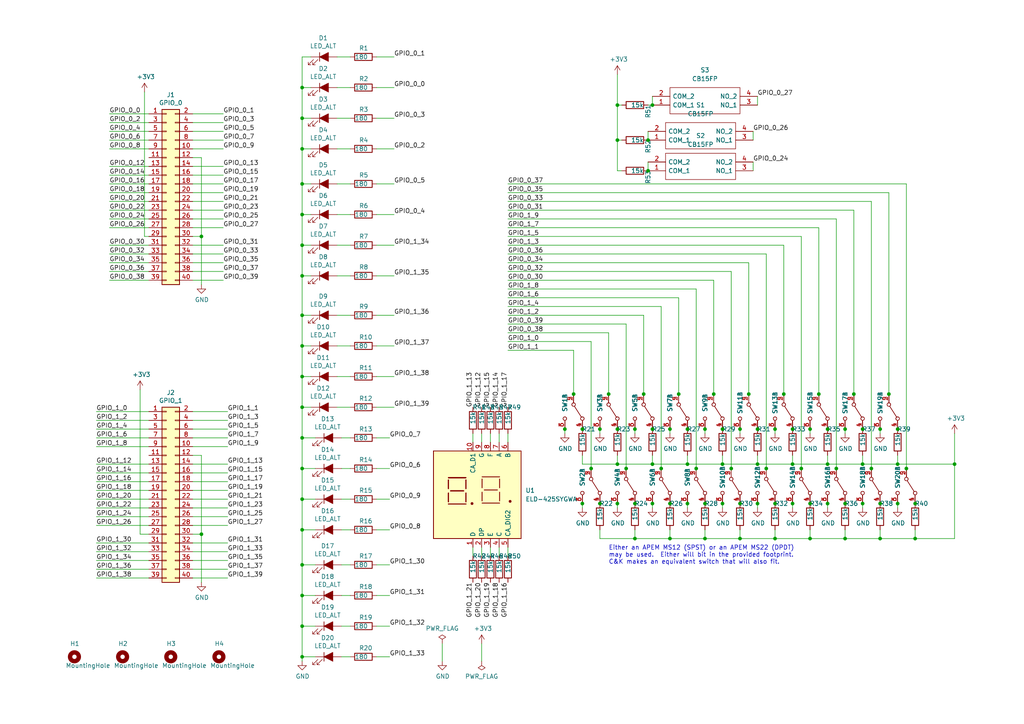
<source format=kicad_sch>
(kicad_sch (version 20211123) (generator eeschema)
  (paper "A4")
  (junction (at 187.96 49.53))
  (junction (at 87.63 91.44))
  (junction (at 255.27 156.21))
  (junction (at 179.07 134.62))
  (junction (at 276.86 134.62))
  (junction (at 217.17 114.3))
  (junction (at 87.63 118.11))
  (junction (at 87.63 135.89))
  (junction (at 214.63 146.05))
  (junction (at 232.41 135.89))
  (junction (at 171.45 135.89))
  (junction (at 245.11 156.21))
  (junction (at 224.79 146.05))
  (junction (at 229.87 134.62))
  (junction (at 247.65 114.3))
  (junction (at 260.35 146.05))
  (junction (at 163.83 124.46))
  (junction (at 87.63 43.18))
  (junction (at 58.42 154.94))
  (junction (at 209.55 134.62))
  (junction (at 207.01 114.3))
  (junction (at 87.63 109.22))
  (junction (at 219.71 134.62))
  (junction (at 224.79 156.21))
  (junction (at 209.55 146.05))
  (junction (at 204.47 124.46))
  (junction (at 260.35 124.46))
  (junction (at 240.03 134.62))
  (junction (at 179.07 30.48))
  (junction (at 184.15 156.21))
  (junction (at 219.71 124.46))
  (junction (at 250.19 146.05))
  (junction (at 168.91 146.05))
  (junction (at 87.63 25.4))
  (junction (at 87.63 62.23))
  (junction (at 196.85 114.3))
  (junction (at 224.79 124.46))
  (junction (at 209.55 124.46))
  (junction (at 189.23 30.48))
  (junction (at 87.63 127))
  (junction (at 87.63 153.67))
  (junction (at 87.63 172.72))
  (junction (at 87.63 80.01))
  (junction (at 87.63 190.5))
  (junction (at 194.31 146.05))
  (junction (at 229.87 146.05))
  (junction (at 265.43 146.05))
  (junction (at 189.23 146.05))
  (junction (at 255.27 146.05))
  (junction (at 166.37 114.3))
  (junction (at 252.73 135.89))
  (junction (at 250.19 124.46))
  (junction (at 201.93 135.89))
  (junction (at 229.87 124.46))
  (junction (at 245.11 146.05))
  (junction (at 87.63 53.34))
  (junction (at 87.63 181.61))
  (junction (at 199.39 146.05))
  (junction (at 199.39 134.62))
  (junction (at 189.23 134.62))
  (junction (at 265.43 156.21))
  (junction (at 58.42 68.58))
  (junction (at 237.49 114.3))
  (junction (at 194.31 124.46))
  (junction (at 184.15 124.46))
  (junction (at 240.03 124.46))
  (junction (at 204.47 146.05))
  (junction (at 257.81 114.3))
  (junction (at 191.77 135.89))
  (junction (at 176.53 114.3))
  (junction (at 242.57 135.89))
  (junction (at 179.07 146.05))
  (junction (at 219.71 146.05))
  (junction (at 87.63 71.12))
  (junction (at 245.11 124.46))
  (junction (at 250.19 134.62))
  (junction (at 186.69 114.3))
  (junction (at 168.91 124.46))
  (junction (at 181.61 135.89))
  (junction (at 234.95 156.21))
  (junction (at 260.35 134.62))
  (junction (at 204.47 156.21))
  (junction (at 87.63 144.78))
  (junction (at 173.99 146.05))
  (junction (at 214.63 156.21))
  (junction (at 262.89 135.89))
  (junction (at 222.25 135.89))
  (junction (at 179.07 124.46))
  (junction (at 234.95 124.46))
  (junction (at 214.63 124.46))
  (junction (at 87.63 34.29))
  (junction (at 199.39 124.46))
  (junction (at 179.07 40.64))
  (junction (at 240.03 146.05))
  (junction (at 189.23 124.46))
  (junction (at 173.99 124.46))
  (junction (at 187.96 40.64))
  (junction (at 227.33 114.3))
  (junction (at 212.09 135.89))
  (junction (at 255.27 124.46))
  (junction (at 87.63 100.33))
  (junction (at 194.31 156.21))
  (junction (at 87.63 163.83))
  (junction (at 234.95 146.05))
  (junction (at 184.15 146.05))
  (wire (pts (xy 173.99 125.73) (xy 173.99 124.46)))
  (wire (pts (xy 55.88 45.72) (xy 58.42 45.72)))
  (wire (pts (xy 31.75 43.18) (xy 43.18 43.18)))
  (wire (pts (xy 204.47 125.73) (xy 204.47 124.46)))
  (wire (pts (xy 240.03 146.05) (xy 240.03 147.32)))
  (wire (pts (xy 147.32 93.98) (xy 181.61 93.98)))
  (wire (pts (xy 31.75 35.56) (xy 43.18 35.56)))
  (wire (pts (xy 163.83 124.46) (xy 163.83 125.73)))
  (wire (pts (xy 97.79 100.33) (xy 101.6 100.33)))
  (wire (pts (xy 87.63 100.33) (xy 87.63 91.44)))
  (wire (pts (xy 147.32 86.36) (xy 196.85 86.36)))
  (wire (pts (xy 55.88 127) (xy 66.04 127)))
  (wire (pts (xy 219.71 134.62) (xy 229.87 134.62)))
  (wire (pts (xy 147.32 96.52) (xy 176.53 96.52)))
  (wire (pts (xy 87.63 181.61) (xy 87.63 172.72)))
  (wire (pts (xy 189.23 132.08) (xy 189.23 134.62)))
  (wire (pts (xy 97.79 62.23) (xy 101.6 62.23)))
  (wire (pts (xy 55.88 78.74) (xy 64.77 78.74)))
  (wire (pts (xy 87.63 34.29) (xy 87.63 25.4)))
  (wire (pts (xy 90.17 109.22) (xy 87.63 109.22)))
  (wire (pts (xy 109.22 62.23) (xy 114.3 62.23)))
  (wire (pts (xy 180.34 30.48) (xy 179.07 30.48)))
  (wire (pts (xy 250.19 132.08) (xy 250.19 134.62)))
  (wire (pts (xy 90.17 43.18) (xy 87.63 43.18)))
  (wire (pts (xy 55.88 165.1) (xy 66.04 165.1)))
  (wire (pts (xy 43.18 142.24) (xy 27.94 142.24)))
  (wire (pts (xy 55.88 137.16) (xy 66.04 137.16)))
  (wire (pts (xy 147.32 83.82) (xy 201.93 83.82)))
  (wire (pts (xy 55.88 157.48) (xy 66.04 157.48)))
  (wire (pts (xy 97.79 16.51) (xy 101.6 16.51)))
  (wire (pts (xy 55.88 33.02) (xy 64.77 33.02)))
  (wire (pts (xy 250.19 146.05) (xy 250.19 147.32)))
  (wire (pts (xy 91.44 153.67) (xy 87.63 153.67)))
  (wire (pts (xy 27.94 162.56) (xy 43.18 162.56)))
  (wire (pts (xy 168.91 134.62) (xy 179.07 134.62)))
  (wire (pts (xy 109.22 144.78) (xy 113.03 144.78)))
  (wire (pts (xy 147.32 73.66) (xy 222.25 73.66)))
  (wire (pts (xy 41.91 68.58) (xy 41.91 26.67)))
  (wire (pts (xy 87.63 91.44) (xy 87.63 80.01)))
  (wire (pts (xy 55.88 162.56) (xy 66.04 162.56)))
  (wire (pts (xy 171.45 99.06) (xy 171.45 135.89)))
  (wire (pts (xy 87.63 62.23) (xy 87.63 53.34)))
  (wire (pts (xy 55.88 160.02) (xy 66.04 160.02)))
  (wire (pts (xy 109.22 181.61) (xy 113.03 181.61)))
  (wire (pts (xy 31.75 60.96) (xy 43.18 60.96)))
  (wire (pts (xy 173.99 153.67) (xy 173.99 156.21)))
  (wire (pts (xy 31.75 50.8) (xy 43.18 50.8)))
  (wire (pts (xy 184.15 125.73) (xy 184.15 124.46)))
  (wire (pts (xy 242.57 63.5) (xy 242.57 135.89)))
  (wire (pts (xy 43.18 121.92) (xy 27.94 121.92)))
  (wire (pts (xy 43.18 68.58) (xy 41.91 68.58)))
  (wire (pts (xy 87.63 191.77) (xy 87.63 190.5)))
  (wire (pts (xy 55.88 43.18) (xy 64.77 43.18)))
  (wire (pts (xy 55.88 76.2) (xy 64.77 76.2)))
  (wire (pts (xy 55.88 38.1) (xy 64.77 38.1)))
  (wire (pts (xy 97.79 34.29) (xy 101.6 34.29)))
  (wire (pts (xy 91.44 144.78) (xy 87.63 144.78)))
  (wire (pts (xy 147.32 60.96) (xy 247.65 60.96)))
  (wire (pts (xy 109.22 25.4) (xy 114.3 25.4)))
  (wire (pts (xy 184.15 153.67) (xy 184.15 156.21)))
  (wire (pts (xy 257.81 114.3) (xy 257.81 55.88)))
  (wire (pts (xy 90.17 80.01) (xy 87.63 80.01)))
  (wire (pts (xy 91.44 163.83) (xy 87.63 163.83)))
  (wire (pts (xy 55.88 139.7) (xy 66.04 139.7)))
  (wire (pts (xy 265.43 156.21) (xy 276.86 156.21)))
  (wire (pts (xy 194.31 156.21) (xy 204.47 156.21)))
  (wire (pts (xy 214.63 156.21) (xy 224.79 156.21)))
  (wire (pts (xy 31.75 38.1) (xy 43.18 38.1)))
  (wire (pts (xy 179.07 21.59) (xy 179.07 30.48)))
  (wire (pts (xy 40.64 113.03) (xy 40.64 154.94)))
  (wire (pts (xy 176.53 114.3) (xy 176.53 96.52)))
  (wire (pts (xy 87.63 153.67) (xy 87.63 144.78)))
  (wire (pts (xy 43.18 144.78) (xy 27.94 144.78)))
  (wire (pts (xy 240.03 132.08) (xy 240.03 134.62)))
  (wire (pts (xy 99.06 144.78) (xy 101.6 144.78)))
  (wire (pts (xy 204.47 153.67) (xy 204.47 156.21)))
  (wire (pts (xy 90.17 118.11) (xy 87.63 118.11)))
  (wire (pts (xy 245.11 156.21) (xy 255.27 156.21)))
  (wire (pts (xy 191.77 88.9) (xy 191.77 135.89)))
  (wire (pts (xy 181.61 93.98) (xy 181.61 135.89)))
  (wire (pts (xy 207.01 114.3) (xy 207.01 81.28)))
  (wire (pts (xy 222.25 73.66) (xy 222.25 135.89)))
  (wire (pts (xy 55.88 71.12) (xy 64.77 71.12)))
  (wire (pts (xy 31.75 55.88) (xy 43.18 55.88)))
  (wire (pts (xy 173.99 156.21) (xy 184.15 156.21)))
  (wire (pts (xy 55.88 48.26) (xy 64.77 48.26)))
  (wire (pts (xy 27.94 147.32) (xy 43.18 147.32)))
  (wire (pts (xy 260.35 134.62) (xy 276.86 134.62)))
  (wire (pts (xy 55.88 53.34) (xy 64.77 53.34)))
  (wire (pts (xy 55.88 68.58) (xy 58.42 68.58)))
  (wire (pts (xy 234.95 125.73) (xy 234.95 124.46)))
  (wire (pts (xy 179.07 132.08) (xy 179.07 134.62)))
  (wire (pts (xy 90.17 62.23) (xy 87.63 62.23)))
  (wire (pts (xy 137.16 158.75) (xy 137.16 161.29)))
  (wire (pts (xy 234.95 156.21) (xy 245.11 156.21)))
  (wire (pts (xy 109.22 16.51) (xy 114.3 16.51)))
  (wire (pts (xy 27.94 149.86) (xy 43.18 149.86)))
  (wire (pts (xy 55.88 63.5) (xy 64.77 63.5)))
  (wire (pts (xy 194.31 153.67) (xy 194.31 156.21)))
  (wire (pts (xy 99.06 172.72) (xy 101.6 172.72)))
  (wire (pts (xy 27.94 160.02) (xy 43.18 160.02)))
  (wire (pts (xy 87.63 127) (xy 91.44 127)))
  (wire (pts (xy 55.88 132.08) (xy 58.42 132.08)))
  (wire (pts (xy 209.55 132.08) (xy 209.55 134.62)))
  (wire (pts (xy 43.18 129.54) (xy 27.94 129.54)))
  (wire (pts (xy 27.94 152.4) (xy 43.18 152.4)))
  (wire (pts (xy 224.79 156.21) (xy 234.95 156.21)))
  (wire (pts (xy 179.07 146.05) (xy 179.07 147.32)))
  (wire (pts (xy 240.03 134.62) (xy 250.19 134.62)))
  (wire (pts (xy 199.39 134.62) (xy 209.55 134.62)))
  (wire (pts (xy 87.63 16.51) (xy 90.17 16.51)))
  (wire (pts (xy 43.18 127) (xy 27.94 127)))
  (wire (pts (xy 55.88 81.28) (xy 64.77 81.28)))
  (wire (pts (xy 90.17 71.12) (xy 87.63 71.12)))
  (wire (pts (xy 214.63 153.67) (xy 214.63 156.21)))
  (wire (pts (xy 260.35 132.08) (xy 260.35 134.62)))
  (wire (pts (xy 58.42 154.94) (xy 58.42 168.91)))
  (wire (pts (xy 31.75 78.74) (xy 43.18 78.74)))
  (wire (pts (xy 90.17 34.29) (xy 87.63 34.29)))
  (wire (pts (xy 55.88 152.4) (xy 66.04 152.4)))
  (wire (pts (xy 224.79 125.73) (xy 224.79 124.46)))
  (wire (pts (xy 137.16 125.73) (xy 137.16 128.27)))
  (wire (pts (xy 179.07 134.62) (xy 189.23 134.62)))
  (wire (pts (xy 55.88 149.86) (xy 66.04 149.86)))
  (wire (pts (xy 97.79 71.12) (xy 101.6 71.12)))
  (wire (pts (xy 217.17 114.3) (xy 217.17 76.2)))
  (wire (pts (xy 147.32 125.73) (xy 147.32 128.27)))
  (wire (pts (xy 276.86 134.62) (xy 276.86 156.21)))
  (wire (pts (xy 144.78 158.75) (xy 144.78 161.29)))
  (wire (pts (xy 109.22 135.89) (xy 113.03 135.89)))
  (wire (pts (xy 43.18 139.7) (xy 27.94 139.7)))
  (wire (pts (xy 58.42 45.72) (xy 58.42 68.58)))
  (wire (pts (xy 43.18 134.62) (xy 27.94 134.62)))
  (wire (pts (xy 109.22 153.67) (xy 113.03 153.67)))
  (wire (pts (xy 87.63 172.72) (xy 87.63 163.83)))
  (wire (pts (xy 55.88 124.46) (xy 66.04 124.46)))
  (wire (pts (xy 31.75 81.28) (xy 43.18 81.28)))
  (wire (pts (xy 87.63 163.83) (xy 87.63 153.67)))
  (wire (pts (xy 97.79 118.11) (xy 101.6 118.11)))
  (wire (pts (xy 109.22 71.12) (xy 114.3 71.12)))
  (wire (pts (xy 147.32 91.44) (xy 186.69 91.44)))
  (wire (pts (xy 58.42 132.08) (xy 58.42 154.94)))
  (wire (pts (xy 31.75 66.04) (xy 43.18 66.04)))
  (wire (pts (xy 109.22 91.44) (xy 114.3 91.44)))
  (wire (pts (xy 179.07 49.53) (xy 180.34 49.53)))
  (wire (pts (xy 219.71 146.05) (xy 219.71 147.32)))
  (wire (pts (xy 87.63 109.22) (xy 87.63 100.33)))
  (wire (pts (xy 87.63 53.34) (xy 87.63 43.18)))
  (wire (pts (xy 189.23 27.94) (xy 189.23 30.48)))
  (wire (pts (xy 199.39 132.08) (xy 199.39 134.62)))
  (wire (pts (xy 212.09 78.74) (xy 212.09 135.89)))
  (wire (pts (xy 147.32 55.88) (xy 257.81 55.88)))
  (wire (pts (xy 55.88 40.64) (xy 64.77 40.64)))
  (wire (pts (xy 87.63 135.89) (xy 87.63 127)))
  (wire (pts (xy 224.79 153.67) (xy 224.79 156.21)))
  (wire (pts (xy 147.32 66.04) (xy 237.49 66.04)))
  (wire (pts (xy 147.32 68.58) (xy 232.41 68.58)))
  (wire (pts (xy 99.06 190.5) (xy 101.6 190.5)))
  (wire (pts (xy 109.22 190.5) (xy 113.03 190.5)))
  (wire (pts (xy 87.63 80.01) (xy 87.63 71.12)))
  (wire (pts (xy 252.73 58.42) (xy 252.73 135.89)))
  (wire (pts (xy 43.18 137.16) (xy 27.94 137.16)))
  (wire (pts (xy 109.22 172.72) (xy 113.03 172.72)))
  (wire (pts (xy 55.88 73.66) (xy 64.77 73.66)))
  (wire (pts (xy 55.88 129.54) (xy 66.04 129.54)))
  (wire (pts (xy 187.96 46.99) (xy 187.96 49.53)))
  (wire (pts (xy 139.7 158.75) (xy 139.7 161.29)))
  (wire (pts (xy 229.87 134.62) (xy 240.03 134.62)))
  (wire (pts (xy 31.75 53.34) (xy 43.18 53.34)))
  (wire (pts (xy 255.27 153.67) (xy 255.27 156.21)))
  (wire (pts (xy 147.32 158.75) (xy 147.32 161.29)))
  (wire (pts (xy 55.88 66.04) (xy 64.77 66.04)))
  (wire (pts (xy 55.88 144.78) (xy 66.04 144.78)))
  (wire (pts (xy 91.44 172.72) (xy 87.63 172.72)))
  (wire (pts (xy 87.63 118.11) (xy 87.63 109.22)))
  (wire (pts (xy 219.71 132.08) (xy 219.71 134.62)))
  (wire (pts (xy 109.22 43.18) (xy 114.3 43.18)))
  (wire (pts (xy 43.18 119.38) (xy 27.94 119.38)))
  (wire (pts (xy 90.17 53.34) (xy 87.63 53.34)))
  (wire (pts (xy 276.86 125.73) (xy 276.86 134.62)))
  (wire (pts (xy 27.94 165.1) (xy 43.18 165.1)))
  (wire (pts (xy 179.07 30.48) (xy 179.07 40.64)))
  (wire (pts (xy 147.32 76.2) (xy 217.17 76.2)))
  (wire (pts (xy 245.11 153.67) (xy 245.11 156.21)))
  (wire (pts (xy 199.39 146.05) (xy 199.39 147.32)))
  (wire (pts (xy 255.27 125.73) (xy 255.27 124.46)))
  (wire (pts (xy 91.44 135.89) (xy 87.63 135.89)))
  (wire (pts (xy 31.75 48.26) (xy 43.18 48.26)))
  (wire (pts (xy 147.32 101.6) (xy 166.37 101.6)))
  (wire (pts (xy 55.88 60.96) (xy 64.77 60.96)))
  (wire (pts (xy 55.88 55.88) (xy 64.77 55.88)))
  (wire (pts (xy 55.88 154.94) (xy 58.42 154.94)))
  (wire (pts (xy 99.06 181.61) (xy 101.6 181.61)))
  (wire (pts (xy 58.42 68.58) (xy 58.42 82.55)))
  (wire (pts (xy 229.87 146.05) (xy 229.87 147.32)))
  (wire (pts (xy 55.88 58.42) (xy 64.77 58.42)))
  (wire (pts (xy 109.22 118.11) (xy 114.3 118.11)))
  (wire (pts (xy 147.32 63.5) (xy 242.57 63.5)))
  (wire (pts (xy 168.91 146.05) (xy 168.91 147.32)))
  (wire (pts (xy 91.44 181.61) (xy 87.63 181.61)))
  (wire (pts (xy 180.34 40.64) (xy 179.07 40.64)))
  (wire (pts (xy 214.63 125.73) (xy 214.63 124.46)))
  (wire (pts (xy 109.22 127) (xy 113.03 127)))
  (wire (pts (xy 31.75 58.42) (xy 43.18 58.42)))
  (wire (pts (xy 90.17 100.33) (xy 87.63 100.33)))
  (wire (pts (xy 144.78 125.73) (xy 144.78 128.27)))
  (wire (pts (xy 55.88 50.8) (xy 64.77 50.8)))
  (wire (pts (xy 189.23 134.62) (xy 199.39 134.62)))
  (wire (pts (xy 234.95 153.67) (xy 234.95 156.21)))
  (wire (pts (xy 168.91 132.08) (xy 168.91 134.62)))
  (wire (pts (xy 142.24 125.73) (xy 142.24 128.27)))
  (wire (pts (xy 147.32 81.28) (xy 207.01 81.28)))
  (wire (pts (xy 147.32 99.06) (xy 171.45 99.06)))
  (wire (pts (xy 147.32 58.42) (xy 252.73 58.42)))
  (wire (pts (xy 27.94 157.48) (xy 43.18 157.48)))
  (wire (pts (xy 87.63 25.4) (xy 87.63 16.51)))
  (wire (pts (xy 97.79 53.34) (xy 101.6 53.34)))
  (wire (pts (xy 55.88 142.24) (xy 66.04 142.24)))
  (wire (pts (xy 250.19 134.62) (xy 260.35 134.62)))
  (wire (pts (xy 265.43 153.67) (xy 265.43 156.21)))
  (wire (pts (xy 262.89 53.34) (xy 262.89 135.89)))
  (wire (pts (xy 55.88 119.38) (xy 66.04 119.38)))
  (wire (pts (xy 166.37 114.3) (xy 166.37 101.6)))
  (wire (pts (xy 55.88 134.62) (xy 66.04 134.62)))
  (wire (pts (xy 109.22 34.29) (xy 114.3 34.29)))
  (wire (pts (xy 40.64 154.94) (xy 43.18 154.94)))
  (wire (pts (xy 204.47 156.21) (xy 214.63 156.21)))
  (wire (pts (xy 229.87 132.08) (xy 229.87 134.62)))
  (wire (pts (xy 209.55 134.62) (xy 219.71 134.62)))
  (wire (pts (xy 87.63 190.5) (xy 87.63 181.61)))
  (wire (pts (xy 87.63 43.18) (xy 87.63 34.29)))
  (wire (pts (xy 91.44 190.5) (xy 87.63 190.5)))
  (wire (pts (xy 179.07 40.64) (xy 179.07 49.53)))
  (wire (pts (xy 139.7 125.73) (xy 139.7 128.27)))
  (wire (pts (xy 87.63 127) (xy 87.63 118.11)))
  (wire (pts (xy 55.88 167.64) (xy 66.04 167.64)))
  (wire (pts (xy 147.32 78.74) (xy 212.09 78.74)))
  (wire (pts (xy 90.17 25.4) (xy 87.63 25.4)))
  (wire (pts (xy 99.06 153.67) (xy 101.6 153.67)))
  (wire (pts (xy 142.24 158.75) (xy 142.24 161.29)))
  (wire (pts (xy 87.63 71.12) (xy 87.63 62.23)))
  (wire (pts (xy 27.94 167.64) (xy 43.18 167.64)))
  (wire (pts (xy 189.23 146.05) (xy 189.23 147.32)))
  (wire (pts (xy 147.32 71.12) (xy 227.33 71.12)))
  (wire (pts (xy 196.85 114.3) (xy 196.85 86.36)))
  (wire (pts (xy 55.88 121.92) (xy 66.04 121.92)))
  (wire (pts (xy 31.75 40.64) (xy 43.18 40.64)))
  (wire (pts (xy 218.44 40.64) (xy 218.44 38.1)))
  (wire (pts (xy 232.41 68.58) (xy 232.41 135.89)))
  (wire (pts (xy 260.35 146.05) (xy 260.35 147.32)))
  (wire (pts (xy 109.22 163.83) (xy 113.03 163.83)))
  (wire (pts (xy 218.44 49.53) (xy 218.44 46.99)))
  (wire (pts (xy 55.88 35.56) (xy 64.77 35.56)))
  (wire (pts (xy 109.22 109.22) (xy 114.3 109.22)))
  (wire (pts (xy 255.27 156.21) (xy 265.43 156.21)))
  (wire (pts (xy 187.96 38.1) (xy 187.96 40.64)))
  (wire (pts (xy 97.79 25.4) (xy 101.6 25.4)))
  (wire (pts (xy 186.69 114.3) (xy 186.69 91.44)))
  (wire (pts (xy 109.22 100.33) (xy 114.3 100.33)))
  (wire (pts (xy 189.23 30.48) (xy 187.96 30.48)))
  (wire (pts (xy 201.93 83.82) (xy 201.93 135.89)))
  (wire (pts (xy 237.49 114.3) (xy 237.49 66.04)))
  (wire (pts (xy 147.32 53.34) (xy 262.89 53.34)))
  (wire (pts (xy 109.22 53.34) (xy 114.3 53.34)))
  (wire (pts (xy 90.17 91.44) (xy 87.63 91.44)))
  (wire (pts (xy 139.7 191.77) (xy 139.7 186.69)))
  (wire (pts (xy 128.27 191.77) (xy 128.27 186.69)))
  (wire (pts (xy 219.71 30.48) (xy 219.71 27.94)))
  (wire (pts (xy 97.79 91.44) (xy 101.6 91.44)))
  (wire (pts (xy 109.22 80.01) (xy 114.3 80.01)))
  (wire (pts (xy 97.79 80.01) (xy 101.6 80.01)))
  (wire (pts (xy 147.32 88.9) (xy 191.77 88.9)))
  (wire (pts (xy 43.18 124.46) (xy 27.94 124.46)))
  (wire (pts (xy 99.06 135.89) (xy 101.6 135.89)))
  (wire (pts (xy 209.55 146.05) (xy 209.55 147.32)))
  (wire (pts (xy 87.63 144.78) (xy 87.63 135.89)))
  (wire (pts (xy 31.75 71.12) (xy 43.18 71.12)))
  (wire (pts (xy 245.11 125.73) (xy 245.11 124.46)))
  (wire (pts (xy 99.06 127) (xy 101.6 127)))
  (wire (pts (xy 194.31 125.73) (xy 194.31 124.46)))
  (wire (pts (xy 97.79 109.22) (xy 101.6 109.22)))
  (wire (pts (xy 55.88 147.32) (xy 66.04 147.32)))
  (wire (pts (xy 184.15 156.21) (xy 194.31 156.21)))
  (wire (pts (xy 31.75 63.5) (xy 43.18 63.5)))
  (wire (pts (xy 247.65 114.3) (xy 247.65 60.96)))
  (wire (pts (xy 31.75 76.2) (xy 43.18 76.2)))
  (wire (pts (xy 99.06 163.83) (xy 101.6 163.83)))
  (wire (pts (xy 31.75 73.66) (xy 43.18 73.66)))
  (wire (pts (xy 97.79 43.18) (xy 101.6 43.18)))
  (wire (pts (xy 31.75 33.02) (xy 43.18 33.02)))
  (wire (pts (xy 227.33 114.3) (xy 227.33 71.12)))
  (text "Either an APEM MS12 (SPST) or an APEM MS22 (DPDT)\nmay be used.  Either will bit in the provided footprint.\nC&K makes an equivalent switch that will also fit." (at 176.53 163.83 0) (effects (font (size 1.27 1.27)) (justify left bottom)))
  (label "GPIO_1_9" (at 66.04 129.54 0))
  (label "GPIO_0_39" (at 147.32 93.98 0))
  (label "GPIO_1_20" (at 27.94 144.78 0))
  (label "GPIO_0_35" (at 147.32 55.88 0))
  (label "GPIO_1_36" (at 114.3 91.44 0))
  (label "GPIO_1_26" (at 27.94 152.4 0))
  (label "GPIO_0_9" (at 113.03 144.78 0))
  (label "GPIO_0_7" (at 64.77 40.64 0))
  (label "GPIO_0_21" (at 64.77 58.42 0))
  (label "GPIO_0_36" (at 147.32 73.66 0))
  (label "GPIO_0_14" (at 31.75 50.8 0))
  (label "GPIO_1_21" (at 137.16 168.91 270))
  (label "GPIO_0_9" (at 64.77 43.18 0))
  (label "GPIO_0_19" (at 64.77 55.88 0))
  (label "GPIO_1_1" (at 147.32 101.6 0))
  (label "GPIO_0_1" (at 114.3 16.51 0))
  (label "GPIO_1_7" (at 66.04 127 0))
  (label "GPIO_0_36" (at 31.75 78.74 0))
  (label "GPIO_0_26" (at 31.75 66.04 0))
  (label "GPIO_1_38" (at 27.94 167.64 0))
  (label "GPIO_1_30" (at 27.94 157.48 0))
  (label "GPIO_1_5" (at 147.32 68.58 0))
  (label "GPIO_0_4" (at 114.3 62.23 0))
  (label "GPIO_0_32" (at 31.75 73.66 0))
  (label "GPIO_1_12" (at 27.94 134.62 0))
  (label "GPIO_0_33" (at 64.77 73.66 0))
  (label "GPIO_1_2" (at 27.94 121.92 0))
  (label "GPIO_1_0" (at 147.32 99.06 0))
  (label "GPIO_0_25" (at 64.77 63.5 0))
  (label "GPIO_0_3" (at 114.3 34.29 0))
  (label "GPIO_0_38" (at 147.32 96.52 0))
  (label "GPIO_0_26" (at 218.44 38.1 0))
  (label "GPIO_1_9" (at 147.32 63.5 0))
  (label "GPIO_1_39" (at 66.04 167.64 0))
  (label "GPIO_0_31" (at 64.77 71.12 0))
  (label "GPIO_0_16" (at 31.75 53.34 0))
  (label "GPIO_1_1" (at 66.04 119.38 0))
  (label "GPIO_1_31" (at 66.04 157.48 0))
  (label "GPIO_0_30" (at 31.75 71.12 0))
  (label "GPIO_1_16" (at 27.94 139.7 0))
  (label "GPIO_0_31" (at 147.32 60.96 0))
  (label "GPIO_1_30" (at 113.03 163.83 0))
  (label "GPIO_1_38" (at 114.3 109.22 0))
  (label "GPIO_0_2" (at 31.75 35.56 0))
  (label "GPIO_1_4" (at 147.32 88.9 0))
  (label "GPIO_1_24" (at 27.94 149.86 0))
  (label "GPIO_1_21" (at 66.04 144.78 0))
  (label "GPIO_1_0" (at 27.94 119.38 0))
  (label "GPIO_1_8" (at 27.94 129.54 0))
  (label "GPIO_0_38" (at 31.75 81.28 0))
  (label "GPIO_0_6" (at 31.75 40.64 0))
  (label "GPIO_0_4" (at 31.75 38.1 0))
  (label "GPIO_0_33" (at 147.32 58.42 0))
  (label "GPIO_1_37" (at 114.3 100.33 0))
  (label "GPIO_1_34" (at 27.94 162.56 0))
  (label "GPIO_0_22" (at 31.75 60.96 0))
  (label "GPIO_0_5" (at 64.77 38.1 0))
  (label "GPIO_0_12" (at 31.75 48.26 0))
  (label "GPIO_1_17" (at 147.32 118.11 90))
  (label "GPIO_1_16" (at 147.32 168.91 270))
  (label "GPIO_0_24" (at 31.75 63.5 0))
  (label "GPIO_1_14" (at 27.94 137.16 0))
  (label "GPIO_1_18" (at 27.94 142.24 0))
  (label "GPIO_0_27" (at 219.71 27.94 0))
  (label "GPIO_1_15" (at 142.24 118.11 90))
  (label "GPIO_0_3" (at 64.77 35.56 0))
  (label "GPIO_1_6" (at 27.94 127 0))
  (label "GPIO_1_18" (at 144.78 168.91 270))
  (label "GPIO_1_23" (at 66.04 147.32 0))
  (label "GPIO_1_32" (at 113.03 181.61 0))
  (label "GPIO_0_17" (at 64.77 53.34 0))
  (label "GPIO_1_6" (at 147.32 86.36 0))
  (label "GPIO_1_15" (at 66.04 137.16 0))
  (label "GPIO_1_37" (at 66.04 165.1 0))
  (label "GPIO_1_33" (at 113.03 190.5 0))
  (label "GPIO_0_27" (at 64.77 66.04 0))
  (label "GPIO_1_19" (at 66.04 142.24 0))
  (label "GPIO_1_33" (at 66.04 160.02 0))
  (label "GPIO_0_34" (at 31.75 76.2 0))
  (label "GPIO_0_8" (at 31.75 43.18 0))
  (label "GPIO_1_3" (at 147.32 71.12 0))
  (label "GPIO_1_4" (at 27.94 124.46 0))
  (label "GPIO_0_37" (at 147.32 53.34 0))
  (label "GPIO_1_14" (at 144.78 118.11 90))
  (label "GPIO_0_30" (at 147.32 81.28 0))
  (label "GPIO_0_2" (at 114.3 43.18 0))
  (label "GPIO_1_17" (at 66.04 139.7 0))
  (label "GPIO_0_0" (at 31.75 33.02 0))
  (label "GPIO_1_13" (at 137.16 118.11 90))
  (label "GPIO_0_15" (at 64.77 50.8 0))
  (label "GPIO_1_34" (at 114.3 71.12 0))
  (label "GPIO_0_0" (at 114.3 25.4 0))
  (label "GPIO_0_34" (at 147.32 76.2 0))
  (label "GPIO_1_39" (at 114.3 118.11 0))
  (label "GPIO_0_35" (at 64.77 76.2 0))
  (label "GPIO_1_3" (at 66.04 121.92 0))
  (label "GPIO_0_8" (at 113.03 153.67 0))
  (label "GPIO_0_13" (at 64.77 48.26 0))
  (label "GPIO_1_35" (at 66.04 162.56 0))
  (label "GPIO_1_27" (at 66.04 152.4 0))
  (label "GPIO_1_36" (at 27.94 165.1 0))
  (label "GPIO_1_32" (at 27.94 160.02 0))
  (label "GPIO_0_32" (at 147.32 78.74 0))
  (label "GPIO_0_37" (at 64.77 78.74 0))
  (label "GPIO_0_5" (at 114.3 53.34 0))
  (label "GPIO_1_2" (at 147.32 91.44 0))
  (label "GPIO_1_35" (at 114.3 80.01 0))
  (label "GPIO_1_7" (at 147.32 66.04 0))
  (label "GPIO_0_6" (at 113.03 135.89 0))
  (label "GPIO_1_25" (at 66.04 149.86 0))
  (label "GPIO_1_12" (at 139.7 118.11 90))
  (label "GPIO_1_31" (at 113.03 172.72 0))
  (label "GPIO_1_13" (at 66.04 134.62 0))
  (label "GPIO_1_22" (at 27.94 147.32 0))
  (label "GPIO_0_1" (at 64.77 33.02 0))
  (label "GPIO_1_20" (at 139.7 168.91 270))
  (label "GPIO_0_39" (at 64.77 81.28 0))
  (label "GPIO_0_24" (at 218.44 46.99 0))
  (label "GPIO_1_5" (at 66.04 124.46 0))
  (label "GPIO_0_23" (at 64.77 60.96 0))
  (label "GPIO_0_18" (at 31.75 55.88 0))
  (label "GPIO_0_7" (at 113.03 127 0))
  (label "GPIO_1_19" (at 142.24 168.91 270))
  (label "GPIO_0_20" (at 31.75 58.42 0))
  (label "GPIO_1_8" (at 147.32 83.82 0))
  (symbol (lib_id "Device:LED_ALT") (at 93.98 16.51 0) (unit 1)
    (property "Reference" "D1" (at 93.7514 11.0236 0))
    (property "Value" "LED_ALT" (at 93.7514 13.335 0))
    (property "Footprint" "Old_KiCad_footprints:LED_1210_3225Metric_Castelled" (effects hide))
  )
  (symbol (lib_id "Connector_Generic:Conn_02x20_Odd_Even") (at 48.26 55.88 0) (unit 1)
    (property "Reference" "J1" (at 49.53 27.5082 0))
    (property "Value" "GPIO_0" (at 49.53 29.8196 0))
    (property "Footprint" "Connector_PinHeader_2.54mm:PinHeader_2x20_P2.54mm_Vertical" (effects hide))
  )
  (symbol (lib_id "Connector_Generic:Conn_02x20_Odd_Even") (at 48.26 142.24 0) (unit 1)
    (property "Reference" "J2" (at 49.53 113.8682 0))
    (property "Value" "GPIO_1" (at 49.53 116.1796 0))
    (property "Footprint" "Connector_PinHeader_2.54mm:PinHeader_2x20_P2.54mm_Vertical" (effects hide))
  )
  (symbol (lib_id "power:+3V3") (at 40.64 113.03 0) (unit 1)
    (property "Reference" "#PWR06" (effects hide))
    (property "Value" "+3V3" (at 41.021 108.6358 0))
  )
  (symbol (lib_id "power:GND") (at 87.63 191.77 0) (unit 1)
    (property "Reference" "#PWR013" (effects hide))
    (property "Value" "GND" (at 87.757 196.1642 0))
  )
  (symbol (lib_id "power:PWR_FLAG") (at 128.27 186.69 0) (unit 1)
    (property "Reference" "#FLG01" (effects hide))
    (property "Value" "PWR_FLAG" (at 128.27 182.2704 0))
  )
  (symbol (lib_id "power:GND") (at 58.42 82.55 0) (unit 1)
    (property "Reference" "#PWR05" (effects hide))
    (property "Value" "GND" (at 58.547 86.9442 0))
  )
  (symbol (lib_id "power:GND") (at 58.42 168.91 0) (unit 1)
    (property "Reference" "#PWR010" (effects hide))
    (property "Value" "GND" (at 58.547 173.3042 0))
  )
  (symbol (lib_id "power:+3V3") (at 41.91 26.67 0) (unit 1)
    (property "Reference" "#PWR01" (effects hide))
    (property "Value" "+3V3" (at 42.291 22.2758 0))
  )
  (symbol (lib_id "Mechanical:MountingHole") (at 49.53 190.5 0) (unit 1)
    (property "Reference" "H3" (at 48.26 186.69 0) (effects (justify left)))
    (property "Value" "MountingHole" (at 46.99 193.04 0) (effects (justify left)))
    (property "Footprint" "MountingHole:MountingHole_3.2mm_M3_Pad" (effects hide))
  )
  (symbol (lib_id "Mechanical:MountingHole") (at 35.56 190.5 0) (unit 1)
    (property "Reference" "H2" (at 34.29 186.69 0) (effects (justify left)))
    (property "Value" "MountingHole" (at 33.02 193.04 0) (effects (justify left)))
    (property "Footprint" "MountingHole:MountingHole_3.2mm_M3_Pad" (effects hide))
  )
  (symbol (lib_id "Mechanical:MountingHole") (at 21.59 190.5 0) (unit 1)
    (property "Reference" "H1" (at 20.32 186.69 0) (effects (justify left)))
    (property "Value" "MountingHole" (at 19.05 193.04 0) (effects (justify left)))
    (property "Footprint" "MountingHole:MountingHole_3.2mm_M3_Pad" (effects hide))
  )
  (symbol (lib_id "Mechanical:MountingHole") (at 63.5 190.5 0) (unit 1)
    (property "Reference" "H4" (at 62.23 186.69 0) (effects (justify left)))
    (property "Value" "MountingHole" (at 60.96 193.04 0) (effects (justify left)))
    (property "Footprint" "MountingHole:MountingHole_3.2mm_M3_Pad" (effects hide))
  )
  (symbol (lib_id "power:+3V3") (at 276.86 125.73 0) (unit 1)
    (property "Reference" "#PWR02" (effects hide))
    (property "Value" "+3V3" (at 277.241 121.3358 0))
  )
  (symbol (lib_id "Switch:SW_DPDT_x2") (at 166.37 119.38 270) (unit 1)
    (property "Reference" "SW1" (at 163.83 116.84 0))
    (property "Value" " " (at 171.45 123.19 0))
    (property "Footprint" "Old_KiCad_footprints:DPDT-3.2MM" (effects hide))
  )
  (symbol (lib_id "Switch:SW_DPDT_x2") (at 166.37 119.38 270) (unit 2)
    (property "Reference" "SW1" (at 163.83 116.84 0))
    (property "Value" " " (at 171.2976 119.38 0))
    (property "Footprint" "Old_KiCad_footprints:DPDT-3.2MM" (effects hide))
  )
  (symbol (lib_id "power:GND") (at 163.83 125.73 0) (unit 1)
    (property "Reference" "#PWR07" (effects hide))
    (property "Value" "GND" (at 163.957 130.1242 0))
  )
  (symbol (lib_id "power:GND") (at 173.99 125.73 0) (unit 1)
    (property "Reference" "#PWR03" (effects hide))
    (property "Value" "GND" (at 174.117 130.1242 0))
  )
  (symbol (lib_id "power:GND") (at 184.15 125.73 0) (unit 1)
    (property "Reference" "#PWR04" (effects hide))
    (property "Value" "GND" (at 184.277 130.1242 0))
  )
  (symbol (lib_id "power:GND") (at 194.31 125.73 0) (unit 1)
    (property "Reference" "#PWR08" (effects hide))
    (property "Value" "GND" (at 194.437 130.1242 0))
  )
  (symbol (lib_id "power:GND") (at 204.47 125.73 0) (unit 1)
    (property "Reference" "#PWR09" (effects hide))
    (property "Value" "GND" (at 204.597 130.1242 0))
  )
  (symbol (lib_id "power:GND") (at 214.63 125.73 0) (unit 1)
    (property "Reference" "#PWR014" (effects hide))
    (property "Value" "GND" (at 214.757 130.1242 0))
  )
  (symbol (lib_id "power:GND") (at 224.79 125.73 0) (unit 1)
    (property "Reference" "#PWR015" (effects hide))
    (property "Value" "GND" (at 224.917 130.1242 0))
  )
  (symbol (lib_id "power:GND") (at 234.95 125.73 0) (unit 1)
    (property "Reference" "#PWR016" (effects hide))
    (property "Value" "GND" (at 235.077 130.1242 0))
  )
  (symbol (lib_id "power:GND") (at 245.11 125.73 0) (unit 1)
    (property "Reference" "#PWR017" (effects hide))
    (property "Value" "GND" (at 245.237 130.1242 0))
  )
  (symbol (lib_id "power:GND") (at 255.27 125.73 0) (unit 1)
    (property "Reference" "#PWR018" (effects hide))
    (property "Value" "GND" (at 255.397 130.1242 0))
  )
  (symbol (lib_id "power:GND") (at 128.27 191.77 0) (unit 1)
    (property "Reference" "#PWR012" (effects hide))
    (property "Value" "GND" (at 128.397 196.1642 0))
  )
  (symbol (lib_id "power:PWR_FLAG") (at 139.7 191.77 180) (unit 1)
    (property "Reference" "#FLG02" (effects hide))
    (property "Value" "PWR_FLAG" (at 139.7 196.1896 0))
  )
  (symbol (lib_id "power:+3V3") (at 139.7 186.69 0) (unit 1)
    (property "Reference" "#PWR011" (effects hide))
    (property "Value" "+3V3" (at 140.081 182.2958 0))
  )
  (symbol (lib_id "Device:R") (at 105.41 16.51 270) (unit 1)
    (property "Reference" "R1" (at 104.14 13.97 90) (effects (justify left)))
    (property "Value" "180" (at 102.87 16.51 90) (effects (justify left)))
    (property "Footprint" "Old_KiCad_footprints:R_0603_1608Metric_Pad1.05x0.95mm_HandSolder" (effects hide))
  )
  (symbol (lib_id "power:GND") (at 168.91 147.32 0) (unit 1)
    (property "Reference" "#PWR019" (effects hide))
    (property "Value" "GND" (at 169.037 151.7142 0))
  )
  (symbol (lib_id "power:GND") (at 179.07 147.32 0) (unit 1)
    (property "Reference" "#PWR020" (effects hide))
    (property "Value" "GND" (at 179.197 151.7142 0))
  )
  (symbol (lib_id "power:GND") (at 189.23 147.32 0) (unit 1)
    (property "Reference" "#PWR021" (effects hide))
    (property "Value" "GND" (at 189.357 151.7142 0))
  )
  (symbol (lib_id "power:GND") (at 199.39 147.32 0) (unit 1)
    (property "Reference" "#PWR022" (effects hide))
    (property "Value" "GND" (at 199.517 151.7142 0))
  )
  (symbol (lib_id "power:GND") (at 209.55 147.32 0) (unit 1)
    (property "Reference" "#PWR023" (effects hide))
    (property "Value" "GND" (at 209.677 151.7142 0))
  )
  (symbol (lib_id "power:GND") (at 219.71 147.32 0) (unit 1)
    (property "Reference" "#PWR024" (effects hide))
    (property "Value" "GND" (at 219.837 151.7142 0))
  )
  (symbol (lib_id "power:GND") (at 229.87 147.32 0) (unit 1)
    (property "Reference" "#PWR025" (effects hide))
    (property "Value" "GND" (at 229.997 151.7142 0))
  )
  (symbol (lib_id "power:GND") (at 240.03 147.32 0) (unit 1)
    (property "Reference" "#PWR026" (effects hide))
    (property "Value" "GND" (at 240.157 151.7142 0))
  )
  (symbol (lib_id "power:GND") (at 250.19 147.32 0) (unit 1)
    (property "Reference" "#PWR027" (effects hide))
    (property "Value" "GND" (at 250.317 151.7142 0))
  )
  (symbol (lib_id "power:GND") (at 260.35 147.32 0) (unit 1)
    (property "Reference" "#PWR028" (effects hide))
    (property "Value" "GND" (at 260.477 151.7142 0))
  )
  (symbol (lib_id "Device:LED_ALT") (at 95.25 190.5 0) (unit 1)
    (property "Reference" "D20" (at 95.0214 185.0136 0))
    (property "Value" "LED_ALT" (at 95.0214 187.325 0))
    (property "Footprint" "Old_KiCad_footprints:LED_1210_3225Metric_Castelled" (effects hide))
  )
  (symbol (lib_id "Switch:SW_DPDT_x2") (at 217.17 119.38 270) (unit 1)
    (property "Reference" "SW11" (at 214.63 116.84 0))
    (property "Value" " " (at 222.25 123.19 0))
    (property "Footprint" "Old_KiCad_footprints:DPDT-3.2MM" (effects hide))
  )
  (symbol (lib_id "Switch:SW_DPDT_x2") (at 232.41 140.97 270) (unit 1)
    (property "Reference" "SW14" (at 229.87 138.43 0))
    (property "Value" " " (at 237.49 144.78 0))
    (property "Footprint" "Old_KiCad_footprints:DPDT-3.2MM" (effects hide))
  )
  (symbol (lib_id "Device:R") (at 147.32 121.92 180) (unit 1)
    (property "Reference" "R49" (at 151.13 118.11 0) (effects (justify left)))
    (property "Value" "15k" (at 147.32 119.38 90) (effects (justify left)))
    (property "Footprint" "Old_KiCad_footprints:R_0603_1608Metric_Pad1.05x0.95mm_HandSolder" (effects hide))
  )
  (symbol (lib_id "Device:LED_ALT") (at 93.98 62.23 0) (unit 1)
    (property "Reference" "D6" (at 93.7514 56.7436 0))
    (property "Value" "LED_ALT" (at 93.7514 59.055 0))
    (property "Footprint" "Old_KiCad_footprints:LED_1210_3225Metric_Castelled" (effects hide))
  )
  (symbol (lib_id "Device:R") (at 173.99 149.86 180) (unit 1)
    (property "Reference" "R22" (at 177.8 146.05 0) (effects (justify left)))
    (property "Value" "15k" (at 173.99 147.32 90) (effects (justify left)))
    (property "Footprint" "Old_KiCad_footprints:R_0603_1608Metric_Pad1.05x0.95mm_HandSolder" (effects hide))
  )
  (symbol (lib_id "Device:R") (at 105.41 172.72 270) (unit 1)
    (property "Reference" "R18" (at 104.14 170.18 90) (effects (justify left)))
    (property "Value" "180" (at 102.87 172.72 90) (effects (justify left)))
    (property "Footprint" "Old_KiCad_footprints:R_0603_1608Metric_Pad1.05x0.95mm_HandSolder" (effects hide))
  )
  (symbol (lib_id "Device:R") (at 265.43 149.86 180) (unit 1)
    (property "Reference" "R40" (at 269.24 146.05 0) (effects (justify left)))
    (property "Value" "15k" (at 265.43 147.32 90) (effects (justify left)))
    (property "Footprint" "Old_KiCad_footprints:R_0603_1608Metric_Pad1.05x0.95mm_HandSolder" (effects hide))
  )
  (symbol (lib_id "Device:R") (at 184.15 30.48 90) (unit 1)
    (property "Reference" "R51" (at 187.96 34.29 0) (effects (justify left)))
    (property "Value" "15k" (at 186.69 30.48 90) (effects (justify left)))
    (property "Footprint" "Old_KiCad_footprints:R_0603_1608Metric_Pad1.05x0.95mm_HandSolder" (effects hide))
  )
  (symbol (lib_id "Device:R") (at 179.07 128.27 180) (unit 1)
    (property "Reference" "R23" (at 182.88 124.46 0) (effects (justify left)))
    (property "Value" "15k" (at 179.07 125.73 90) (effects (justify left)))
    (property "Footprint" "Old_KiCad_footprints:R_0603_1608Metric_Pad1.05x0.95mm_HandSolder" (effects hide))
  )
  (symbol (lib_id "CB15FP:CB15FP") (at 218.44 49.53 180) (unit 1)
    (property "Reference" "S2" (at 203.2 39.37 0))
    (property "Value" "CB15FP" (at 203.2 41.91 0))
    (property "Footprint" "CB15FP" (effects hide))
    (property "Datasheet" "https://www.nkkswitches.com/pdf/CB.pdf" (effects hide))
    (property "Description" "Tactile Switches SPST OFF-(ON) STRAIGHT PC" (effects hide))
    (property "Height" "3.1" (effects hide))
    (property "Manufacturer_Name" "NKK Switches" (effects hide))
    (property "Manufacturer_Part_Number" "CB15FP" (effects hide))
    (property "Mouser Part Number" "633-CB15FP" (effects hide))
    (property "Mouser Price/Stock" "https://www.mouser.co.uk/ProductDetail/NKK-Switches/CB15FP?qs=vkVUaTJhty1Jr7gVYQ%252BRnQ%3D%3D" (effects hide))
    (property "Arrow Part Number" "CB15FP" (effects hide))
    (property "Arrow Price/Stock" "https://www.arrow.com/en/products/cb15fp/nkk-switches?region=europe" (effects hide))
  )
  (symbol (lib_id "Switch:SW_DPDT_x2") (at 196.85 119.38 270) (unit 2)
    (property "Reference" "SW7" (at 194.31 116.84 0))
    (property "Value" " " (at 201.7776 119.38 0))
    (property "Footprint" "Old_KiCad_footprints:DPDT-3.2MM" (effects hide))
  )
  (symbol (lib_id "Device:R") (at 105.41 71.12 270) (unit 1)
    (property "Reference" "R7" (at 104.14 68.58 90) (effects (justify left)))
    (property "Value" "180" (at 102.87 71.12 90) (effects (justify left)))
    (property "Footprint" "Old_KiCad_footprints:R_0603_1608Metric_Pad1.05x0.95mm_HandSolder" (effects hide))
  )
  (symbol (lib_id "Switch:SW_DPDT_x2") (at 186.69 119.38 270) (unit 2)
    (property "Reference" "SW5" (at 184.15 116.84 0))
    (property "Value" " " (at 191.6176 119.38 0))
    (property "Footprint" "Old_KiCad_footprints:DPDT-3.2MM" (effects hide))
  )
  (symbol (lib_id "Device:R") (at 250.19 128.27 180) (unit 1)
    (property "Reference" "R37" (at 254 124.46 0) (effects (justify left)))
    (property "Value" "15k" (at 250.19 125.73 90) (effects (justify left)))
    (property "Footprint" "Old_KiCad_footprints:R_0603_1608Metric_Pad1.05x0.95mm_HandSolder" (effects hide))
  )
  (symbol (lib_id "Device:LED_ALT") (at 95.25 127 0) (unit 1)
    (property "Reference" "D13" (at 95.0214 121.5136 0))
    (property "Value" "LED_ALT" (at 95.0214 123.825 0))
    (property "Footprint" "Old_KiCad_footprints:LED_1210_3225Metric_Castelled" (effects hide))
  )
  (symbol (lib_id "Switch:SW_DPDT_x2") (at 201.93 140.97 270) (unit 2)
    (property "Reference" "SW8" (at 199.39 138.43 0))
    (property "Value" " " (at 206.8576 140.97 0))
    (property "Footprint" "Old_KiCad_footprints:DPDT-3.2MM" (effects hide))
  )
  (symbol (lib_id "Device:R") (at 214.63 149.86 180) (unit 1)
    (property "Reference" "R30" (at 218.44 146.05 0) (effects (justify left)))
    (property "Value" "15k" (at 214.63 147.32 90) (effects (justify left)))
    (property "Footprint" "Old_KiCad_footprints:R_0603_1608Metric_Pad1.05x0.95mm_HandSolder" (effects hide))
  )
  (symbol (lib_id "Device:R") (at 139.7 165.1 180) (unit 1)
    (property "Reference" "R44" (at 143.51 161.29 0) (effects (justify left)))
    (property "Value" "15k" (at 139.7 162.56 90) (effects (justify left)))
    (property "Footprint" "Old_KiCad_footprints:R_0603_1608Metric_Pad1.05x0.95mm_HandSolder" (effects hide))
  )
  (symbol (lib_id "Switch:SW_DPDT_x2") (at 237.49 119.38 270) (unit 2)
    (property "Reference" "SW15" (at 234.95 116.84 0))
    (property "Value" " " (at 242.4176 119.38 0))
    (property "Footprint" "Old_KiCad_footprints:DPDT-3.2MM" (effects hide))
  )
  (symbol (lib_id "Switch:SW_DPDT_x2") (at 212.09 140.97 270) (unit 2)
    (property "Reference" "SW10" (at 209.55 138.43 0))
    (property "Value" " " (at 217.0176 140.97 0))
    (property "Footprint" "Old_KiCad_footprints:DPDT-3.2MM" (effects hide))
  )
  (symbol (lib_id "Device:R") (at 137.16 121.92 180) (unit 1)
    (property "Reference" "R41" (at 140.97 118.11 0) (effects (justify left)))
    (property "Value" "15k" (at 137.16 119.38 90) (effects (justify left)))
    (property "Footprint" "Old_KiCad_footprints:R_0603_1608Metric_Pad1.05x0.95mm_HandSolder" (effects hide))
  )
  (symbol (lib_id "Switch:SW_DPDT_x2") (at 257.81 119.38 270) (unit 2)
    (property "Reference" "SW19" (at 255.27 116.84 0))
    (property "Value" " " (at 262.7376 119.38 0))
    (property "Footprint" "Old_KiCad_footprints:DPDT-3.2MM" (effects hide))
  )
  (symbol (lib_id "Switch:SW_DPDT_x2") (at 201.93 140.97 270) (unit 1)
    (property "Reference" "SW8" (at 199.39 138.43 0))
    (property "Value" " " (at 207.01 144.78 0))
    (property "Footprint" "Old_KiCad_footprints:DPDT-3.2MM" (effects hide))
  )
  (symbol (lib_id "Device:R") (at 142.24 121.92 180) (unit 1)
    (property "Reference" "R45" (at 146.05 118.11 0) (effects (justify left)))
    (property "Value" "15k" (at 142.24 119.38 90) (effects (justify left)))
    (property "Footprint" "Old_KiCad_footprints:R_0603_1608Metric_Pad1.05x0.95mm_HandSolder" (effects hide))
  )
  (symbol (lib_id "Device:R") (at 240.03 128.27 180) (unit 1)
    (property "Reference" "R35" (at 243.84 124.46 0) (effects (justify left)))
    (property "Value" "15k" (at 240.03 125.73 90) (effects (justify left)))
    (property "Footprint" "Old_KiCad_footprints:R_0603_1608Metric_Pad1.05x0.95mm_HandSolder" (effects hide))
  )
  (symbol (lib_id "CB15FP:CB15FP") (at 218.44 40.64 180) (unit 1)
    (property "Reference" "S1" (at 203.2 30.48 0))
    (property "Value" "CB15FP" (at 203.2 33.02 0))
    (property "Footprint" "CB15FP" (effects hide))
    (property "Datasheet" "https://www.nkkswitches.com/pdf/CB.pdf" (effects hide))
    (property "Description" "Tactile Switches SPST OFF-(ON) STRAIGHT PC" (effects hide))
    (property "Height" "3.1" (effects hide))
    (property "Manufacturer_Name" "NKK Switches" (effects hide))
    (property "Manufacturer_Part_Number" "CB15FP" (effects hide))
    (property "Mouser Part Number" "633-CB15FP" (effects hide))
    (property "Mouser Price/Stock" "https://www.mouser.co.uk/ProductDetail/NKK-Switches/CB15FP?qs=vkVUaTJhty1Jr7gVYQ%252BRnQ%3D%3D" (effects hide))
    (property "Arrow Part Number" "CB15FP" (effects hide))
    (property "Arrow Price/Stock" "https://www.arrow.com/en/products/cb15fp/nkk-switches?region=europe" (effects hide))
  )
  (symbol (lib_id "Device:R") (at 105.41 53.34 270) (unit 1)
    (property "Reference" "R5" (at 104.14 50.8 90) (effects (justify left)))
    (property "Value" "180" (at 102.87 53.34 90) (effects (justify left)))
    (property "Footprint" "Old_KiCad_footprints:R_0603_1608Metric_Pad1.05x0.95mm_HandSolder" (effects hide))
  )
  (symbol (lib_id "Device:R") (at 142.24 165.1 180) (unit 1)
    (property "Reference" "R46" (at 146.05 161.29 0) (effects (justify left)))
    (property "Value" "15k" (at 142.24 162.56 90) (effects (justify left)))
    (property "Footprint" "Old_KiCad_footprints:R_0603_1608Metric_Pad1.05x0.95mm_HandSolder" (effects hide))
  )
  (symbol (lib_id "Device:R") (at 234.95 149.86 180) (unit 1)
    (property "Reference" "R34" (at 238.76 146.05 0) (effects (justify left)))
    (property "Value" "15k" (at 234.95 147.32 90) (effects (justify left)))
    (property "Footprint" "Old_KiCad_footprints:R_0603_1608Metric_Pad1.05x0.95mm_HandSolder" (effects hide))
  )
  (symbol (lib_id "Device:LED_ALT") (at 95.25 153.67 0) (unit 1)
    (property "Reference" "D16" (at 95.0214 148.1836 0))
    (property "Value" "LED_ALT" (at 95.0214 150.495 0))
    (property "Footprint" "Old_KiCad_footprints:LED_1210_3225Metric_Castelled" (effects hide))
  )
  (symbol (lib_id "Device:R") (at 105.41 127 270) (unit 1)
    (property "Reference" "R13" (at 104.14 124.46 90) (effects (justify left)))
    (property "Value" "180" (at 102.87 127 90) (effects (justify left)))
    (property "Footprint" "Old_KiCad_footprints:R_0603_1608Metric_Pad1.05x0.95mm_HandSolder" (effects hide))
  )
  (symbol (lib_id "Switch:SW_DPDT_x2") (at 262.89 140.97 270) (unit 1)
    (property "Reference" "SW20" (at 260.35 138.43 0))
    (property "Value" " " (at 267.97 144.78 0))
    (property "Footprint" "Old_KiCad_footprints:DPDT-3.2MM" (effects hide))
  )
  (symbol (lib_id "Device:LED_ALT") (at 93.98 25.4 0) (unit 1)
    (property "Reference" "D2" (at 93.7514 19.9136 0))
    (property "Value" "LED_ALT" (at 93.7514 22.225 0))
    (property "Footprint" "Old_KiCad_footprints:LED_1210_3225Metric_Castelled" (effects hide))
  )
  (symbol (lib_id "Device:R") (at 209.55 128.27 180) (unit 1)
    (property "Reference" "R29" (at 213.36 124.46 0) (effects (justify left)))
    (property "Value" "15k" (at 209.55 125.73 90) (effects (justify left)))
    (property "Footprint" "Old_KiCad_footprints:R_0603_1608Metric_Pad1.05x0.95mm_HandSolder" (effects hide))
  )
  (symbol (lib_id "Device:R") (at 105.41 25.4 270) (unit 1)
    (property "Reference" "R2" (at 104.14 22.86 90) (effects (justify left)))
    (property "Value" "180" (at 102.87 25.4 90) (effects (justify left)))
    (property "Footprint" "Old_KiCad_footprints:R_0603_1608Metric_Pad1.05x0.95mm_HandSolder" (effects hide))
  )
  (symbol (lib_id "Switch:SW_DPDT_x2") (at 257.81 119.38 270) (unit 1)
    (property "Reference" "SW19" (at 255.27 116.84 0))
    (property "Value" " " (at 262.89 123.19 0))
    (property "Footprint" "Old_KiCad_footprints:DPDT-3.2MM" (effects hide))
  )
  (symbol (lib_id "Device:R") (at 147.32 165.1 180) (unit 1)
    (property "Reference" "R50" (at 151.13 161.29 0) (effects (justify left)))
    (property "Value" "15k" (at 147.32 162.56 90) (effects (justify left)))
    (property "Footprint" "Old_KiCad_footprints:R_0603_1608Metric_Pad1.05x0.95mm_HandSolder" (effects hide))
  )
  (symbol (lib_id "Device:LED_ALT") (at 95.25 172.72 0) (unit 1)
    (property "Reference" "D18" (at 95.0214 167.2336 0))
    (property "Value" "LED_ALT" (at 95.0214 169.545 0))
    (property "Footprint" "Old_KiCad_footprints:LED_1210_3225Metric_Castelled" (effects hide))
  )
  (symbol (lib_id "Switch:SW_DPDT_x2") (at 262.89 140.97 270) (unit 2)
    (property "Reference" "SW20" (at 260.35 138.43 0))
    (property "Value" " " (at 267.8176 140.97 0))
    (property "Footprint" "Old_KiCad_footprints:DPDT-3.2MM" (effects hide))
  )
  (symbol (lib_id "Switch:SW_DPDT_x2") (at 252.73 140.97 270) (unit 2)
    (property "Reference" "SW18" (at 250.19 138.43 0))
    (property "Value" " " (at 257.6576 140.97 0))
    (property "Footprint" "Old_KiCad_footprints:DPDT-3.2MM" (effects hide))
  )
  (symbol (lib_id "Switch:SW_DPDT_x2") (at 222.25 140.97 270) (unit 1)
    (property "Reference" "SW12" (at 219.71 138.43 0))
    (property "Value" " " (at 227.33 144.78 0))
    (property "Footprint" "Old_KiCad_footprints:DPDT-3.2MM" (effects hide))
  )
  (symbol (lib_id "Switch:SW_DPDT_x2") (at 207.01 119.38 270) (unit 1)
    (property "Reference" "SW9" (at 204.47 116.84 0))
    (property "Value" " " (at 212.09 123.19 0))
    (property "Footprint" "Old_KiCad_footprints:DPDT-3.2MM" (effects hide))
  )
  (symbol (lib_id "Device:R") (at 168.91 128.27 180) (unit 1)
    (property "Reference" "R21" (at 172.72 124.46 0) (effects (justify left)))
    (property "Value" "15k" (at 168.91 125.73 90) (effects (justify left)))
    (property "Footprint" "Old_KiCad_footprints:R_0603_1608Metric_Pad1.05x0.95mm_HandSolder" (effects hide))
  )
  (symbol (lib_id "Switch:SW_DPDT_x2") (at 181.61 140.97 270) (unit 1)
    (property "Reference" "SW4" (at 179.07 138.43 0))
    (property "Value" " " (at 186.69 144.78 0))
    (property "Footprint" "Old_KiCad_footprints:DPDT-3.2MM" (effects hide))
  )
  (symbol (lib_id "Device:LED_ALT") (at 93.98 71.12 0) (unit 1)
    (property "Reference" "D7" (at 93.7514 65.6336 0))
    (property "Value" "LED_ALT" (at 93.7514 67.945 0))
    (property "Footprint" "Old_KiCad_footprints:LED_1210_3225Metric_Castelled" (effects hide))
  )
  (symbol (lib_id "CB15FP:CB15FP") (at 219.71 30.48 180) (unit 1)
    (property "Reference" "S3" (at 204.47 20.32 0))
    (property "Value" "CB15FP" (at 204.47 22.86 0))
    (property "Footprint" "CB15FP" (effects hide))
    (property "Datasheet" "https://www.nkkswitches.com/pdf/CB.pdf" (effects hide))
    (property "Description" "Tactile Switches SPST OFF-(ON) STRAIGHT PC" (effects hide))
    (property "Height" "3.1" (effects hide))
    (property "Manufacturer_Name" "NKK Switches" (effects hide))
    (property "Manufacturer_Part_Number" "CB15FP" (effects hide))
    (property "Mouser Part Number" "633-CB15FP" (effects hide))
    (property "Mouser Price/Stock" "https://www.mouser.co.uk/ProductDetail/NKK-Switches/CB15FP?qs=vkVUaTJhty1Jr7gVYQ%252BRnQ%3D%3D" (effects hide))
    (property "Arrow Part Number" "CB15FP" (effects hide))
    (property "Arrow Price/Stock" "https://www.arrow.com/en/products/cb15fp/nkk-switches?region=europe" (effects hide))
  )
  (symbol (lib_id "Device:R") (at 105.41 135.89 270) (unit 1)
    (property "Reference" "R14" (at 104.14 133.35 90) (effects (justify left)))
    (property "Value" "180" (at 102.87 135.89 90) (effects (justify left)))
    (property "Footprint" "Old_KiCad_footprints:R_0603_1608Metric_Pad1.05x0.95mm_HandSolder" (effects hide))
  )
  (symbol (lib_id "Device:R") (at 105.41 91.44 270) (unit 1)
    (property "Reference" "R9" (at 104.14 88.9 90) (effects (justify left)))
    (property "Value" "180" (at 102.87 91.44 90) (effects (justify left)))
    (property "Footprint" "Old_KiCad_footprints:R_0603_1608Metric_Pad1.05x0.95mm_HandSolder" (effects hide))
  )
  (symbol (lib_id "Switch:SW_DPDT_x2") (at 212.09 140.97 270) (unit 1)
    (property "Reference" "SW10" (at 209.55 138.43 0))
    (property "Value" " " (at 217.17 144.78 0))
    (property "Footprint" "Old_KiCad_footprints:DPDT-3.2MM" (effects hide))
  )
  (symbol (lib_id "power:+3V3") (at 179.07 21.59 0) (unit 1)
    (property "Reference" "#PWR0101" (effects hide))
    (property "Value" "+3V3" (at 179.451 17.1958 0))
  )
  (symbol (lib_id "Device:LED_ALT") (at 93.98 43.18 0) (unit 1)
    (property "Reference" "D4" (at 93.7514 37.6936 0))
    (property "Value" "LED_ALT" (at 93.7514 40.005 0))
    (property "Footprint" "Old_KiCad_footprints:LED_1210_3225Metric_Castelled" (effects hide))
  )
  (symbol (lib_id "Switch:SW_DPDT_x2") (at 222.25 140.97 270) (unit 2)
    (property "Reference" "SW12" (at 219.71 138.43 0))
    (property "Value" " " (at 227.1776 140.97 0))
    (property "Footprint" "Old_KiCad_footprints:DPDT-3.2MM" (effects hide))
  )
  (symbol (lib_id "Switch:SW_DPDT_x2") (at 237.49 119.38 270) (unit 1)
    (property "Reference" "SW15" (at 234.95 116.84 0))
    (property "Value" " " (at 242.57 123.19 0))
    (property "Footprint" "Old_KiCad_footprints:DPDT-3.2MM" (effects hide))
  )
  (symbol (lib_id "Device:R") (at 105.41 80.01 270) (unit 1)
    (property "Reference" "R8" (at 104.14 77.47 90) (effects (justify left)))
    (property "Value" "180" (at 102.87 80.01 90) (effects (justify left)))
    (property "Footprint" "Old_KiCad_footprints:R_0603_1608Metric_Pad1.05x0.95mm_HandSolder" (effects hide))
  )
  (symbol (lib_id "Switch:SW_DPDT_x2") (at 247.65 119.38 270) (unit 2)
    (property "Reference" "SW17" (at 245.11 116.84 0))
    (property "Value" " " (at 252.5776 119.38 0))
    (property "Footprint" "Old_KiCad_footprints:DPDT-3.2MM" (effects hide))
  )
  (symbol (lib_id "Device:LED_ALT") (at 93.98 91.44 0) (unit 1)
    (property "Reference" "D9" (at 93.7514 85.9536 0))
    (property "Value" "LED_ALT" (at 93.7514 88.265 0))
    (property "Footprint" "Old_KiCad_footprints:LED_1210_3225Metric_Castelled" (effects hide))
  )
  (symbol (lib_id "Switch:SW_DPDT_x2") (at 181.61 140.97 270) (unit 2)
    (property "Reference" "SW4" (at 179.07 138.43 0))
    (property "Value" " " (at 186.5376 140.97 0))
    (property "Footprint" "Old_KiCad_footprints:DPDT-3.2MM" (effects hide))
  )
  (symbol (lib_id "Switch:SW_DPDT_x2") (at 247.65 119.38 270) (unit 1)
    (property "Reference" "SW17" (at 245.11 116.84 0))
    (property "Value" " " (at 252.73 123.19 0))
    (property "Footprint" "Old_KiCad_footprints:DPDT-3.2MM" (effects hide))
  )
  (symbol (lib_id "Device:R") (at 204.47 149.86 180) (unit 1)
    (property "Reference" "R28" (at 208.28 146.05 0) (effects (justify left)))
    (property "Value" "15k" (at 204.47 147.32 90) (effects (justify left)))
    (property "Footprint" "Old_KiCad_footprints:R_0603_1608Metric_Pad1.05x0.95mm_HandSolder" (effects hide))
  )
  (symbol (lib_id "Switch:SW_DPDT_x2") (at 242.57 140.97 270) (unit 1)
    (property "Reference" "SW16" (at 240.03 138.43 0))
    (property "Value" " " (at 247.65 144.78 0))
    (property "Footprint" "Old_KiCad_footprints:DPDT-3.2MM" (effects hide))
  )
  (symbol (lib_id "Device:LED_ALT") (at 93.98 34.29 0) (unit 1)
    (property "Reference" "D3" (at 93.7514 28.8036 0))
    (property "Value" "LED_ALT" (at 93.7514 31.115 0))
    (property "Footprint" "Old_KiCad_footprints:LED_1210_3225Metric_Castelled" (effects hide))
  )
  (symbol (lib_id "Device:R") (at 105.41 109.22 270) (unit 1)
    (property "Reference" "R11" (at 104.14 106.68 90) (effects (justify left)))
    (property "Value" "180" (at 102.87 109.22 90) (effects (justify left)))
    (property "Footprint" "Old_KiCad_footprints:R_0603_1608Metric_Pad1.05x0.95mm_HandSolder" (effects hide))
  )
  (symbol (lib_id "Device:LED_ALT") (at 95.25 135.89 0) (unit 1)
    (property "Reference" "D14" (at 95.0214 130.4036 0))
    (property "Value" "LED_ALT" (at 95.0214 132.715 0))
    (property "Footprint" "Old_KiCad_footprints:LED_1210_3225Metric_Castelled" (effects hide))
  )
  (symbol (lib_id "Device:LED_ALT") (at 93.98 80.01 0) (unit 1)
    (property "Reference" "D8" (at 93.7514 74.5236 0))
    (property "Value" "LED_ALT" (at 93.7514 76.835 0))
    (property "Footprint" "Old_KiCad_footprints:LED_1210_3225Metric_Castelled" (effects hide))
  )
  (symbol (lib_id "Device:LED_ALT") (at 93.98 118.11 0) (unit 1)
    (property "Reference" "D12" (at 93.7514 112.6236 0))
    (property "Value" "LED_ALT" (at 93.7514 114.935 0))
    (property "Footprint" "Old_KiCad_footprints:LED_1210_3225Metric_Castelled" (effects hide))
  )
  (symbol (lib_id "Switch:SW_DPDT_x2") (at 232.41 140.97 270) (unit 2)
    (property "Reference" "SW14" (at 229.87 138.43 0))
    (property "Value" " " (at 237.3376 140.97 0))
    (property "Footprint" "Old_KiCad_footprints:DPDT-3.2MM" (effects hide))
  )
  (symbol (lib_id "Device:R") (at 199.39 128.27 180) (unit 1)
    (property "Reference" "R27" (at 203.2 124.46 0) (effects (justify left)))
    (property "Value" "15k" (at 199.39 125.73 90) (effects (justify left)))
    (property "Footprint" "Old_KiCad_footprints:R_0603_1608Metric_Pad1.05x0.95mm_HandSolder" (effects hide))
  )
  (symbol (lib_id "Device:LED_ALT") (at 95.25 163.83 0) (unit 1)
    (property "Reference" "D17" (at 95.0214 158.3436 0))
    (property "Value" "LED_ALT" (at 95.0214 160.655 0))
    (property "Footprint" "Old_KiCad_footprints:LED_1210_3225Metric_Castelled" (effects hide))
  )
  (symbol (lib_id "Device:R") (at 219.71 128.27 180) (unit 1)
    (property "Reference" "R31" (at 223.52 124.46 0) (effects (justify left)))
    (property "Value" "15k" (at 219.71 125.73 90) (effects (justify left)))
    (property "Footprint" "Old_KiCad_footprints:R_0603_1608Metric_Pad1.05x0.95mm_HandSolder" (effects hide))
  )
  (symbol (lib_id "Extra_Parts:ELD-425SYGWA") (at 136.525 130.175 0) (unit 1)
    (property "Reference" "U1" (at 152.4 142.2399 0) (effects (justify left)))
    (property "Value" "ELD-425SYGWA" (at 152.4 144.7799 0) (effects (justify left)))
    (property "Footprint" "Old_KiCad_footprints:ELD-425SYGWA" (effects hide))
  )
  (symbol (lib_id "Switch:SW_DPDT_x2") (at 191.77 140.97 270) (unit 1)
    (property "Reference" "SW6" (at 189.23 138.43 0))
    (property "Value" " " (at 196.85 144.78 0))
    (property "Footprint" "Old_KiCad_footprints:DPDT-3.2MM" (effects hide))
  )
  (symbol (lib_id "Device:R") (at 245.11 149.86 180) (unit 1)
    (property "Reference" "R36" (at 248.92 146.05 0) (effects (justify left)))
    (property "Value" "15k" (at 245.11 147.32 90) (effects (justify left)))
    (property "Footprint" "Old_KiCad_footprints:R_0603_1608Metric_Pad1.05x0.95mm_HandSolder" (effects hide))
  )
  (symbol (lib_id "Device:LED_ALT") (at 93.98 53.34 0) (unit 1)
    (property "Reference" "D5" (at 93.7514 47.8536 0))
    (property "Value" "LED_ALT" (at 93.7514 50.165 0))
    (property "Footprint" "Old_KiCad_footprints:LED_1210_3225Metric_Castelled" (effects hide))
  )
  (symbol (lib_id "Device:R") (at 105.41 43.18 270) (unit 1)
    (property "Reference" "R4" (at 104.14 40.64 90) (effects (justify left)))
    (property "Value" "180" (at 102.87 43.18 90) (effects (justify left)))
    (property "Footprint" "Old_KiCad_footprints:R_0603_1608Metric_Pad1.05x0.95mm_HandSolder" (effects hide))
  )
  (symbol (lib_id "Device:R") (at 184.15 49.53 90) (unit 1)
    (property "Reference" "R53" (at 187.96 53.34 0) (effects (justify left)))
    (property "Value" "15k" (at 186.69 49.53 90) (effects (justify left)))
    (property "Footprint" "Old_KiCad_footprints:R_0603_1608Metric_Pad1.05x0.95mm_HandSolder" (effects hide))
  )
  (symbol (lib_id "Switch:SW_DPDT_x2") (at 186.69 119.38 270) (unit 1)
    (property "Reference" "SW5" (at 184.15 116.84 0))
    (property "Value" " " (at 191.77 123.19 0))
    (property "Footprint" "Old_KiCad_footprints:DPDT-3.2MM" (effects hide))
  )
  (symbol (lib_id "Device:R") (at 105.41 181.61 270) (unit 1)
    (property "Reference" "R19" (at 104.14 179.07 90) (effects (justify left)))
    (property "Value" "180" (at 102.87 181.61 90) (effects (justify left)))
    (property "Footprint" "Old_KiCad_footprints:R_0603_1608Metric_Pad1.05x0.95mm_HandSolder" (effects hide))
  )
  (symbol (lib_id "Switch:SW_DPDT_x2") (at 171.45 140.97 270) (unit 2)
    (property "Reference" "SW2" (at 168.91 138.43 0))
    (property "Value" " " (at 176.3776 140.97 0))
    (property "Footprint" "Old_KiCad_footprints:DPDT-3.2MM" (effects hide))
  )
  (symbol (lib_id "Switch:SW_DPDT_x2") (at 227.33 119.38 270) (unit 1)
    (property "Reference" "SW13" (at 224.79 116.84 0))
    (property "Value" " " (at 232.41 123.19 0))
    (property "Footprint" "Old_KiCad_footprints:DPDT-3.2MM" (effects hide))
  )
  (symbol (lib_id "Switch:SW_DPDT_x2") (at 171.45 140.97 270) (unit 1)
    (property "Reference" "SW2" (at 168.91 138.43 0))
    (property "Value" " " (at 176.53 144.78 0))
    (property "Footprint" "Old_KiCad_footprints:DPDT-3.2MM" (effects hide))
  )
  (symbol (lib_id "Switch:SW_DPDT_x2") (at 242.57 140.97 270) (unit 2)
    (property "Reference" "SW16" (at 240.03 138.43 0))
    (property "Value" " " (at 247.4976 140.97 0))
    (property "Footprint" "Old_KiCad_footprints:DPDT-3.2MM" (effects hide))
  )
  (symbol (lib_id "Switch:SW_DPDT_x2") (at 207.01 119.38 270) (unit 2)
    (property "Reference" "SW9" (at 204.47 116.84 0))
    (property "Value" " " (at 211.9376 119.38 0))
    (property "Footprint" "Old_KiCad_footprints:DPDT-3.2MM" (effects hide))
  )
  (symbol (lib_id "Switch:SW_DPDT_x2") (at 217.17 119.38 270) (unit 2)
    (property "Reference" "SW11" (at 214.63 116.84 0))
    (property "Value" " " (at 222.0976 119.38 0))
    (property "Footprint" "Old_KiCad_footprints:DPDT-3.2MM" (effects hide))
  )
  (symbol (lib_id "Device:R") (at 255.27 149.86 180) (unit 1)
    (property "Reference" "R38" (at 259.08 146.05 0) (effects (justify left)))
    (property "Value" "15k" (at 255.27 147.32 90) (effects (justify left)))
    (property "Footprint" "Old_KiCad_footprints:R_0603_1608Metric_Pad1.05x0.95mm_HandSolder" (effects hide))
  )
  (symbol (lib_id "Device:R") (at 105.41 62.23 270) (unit 1)
    (property "Reference" "R6" (at 104.14 59.69 90) (effects (justify left)))
    (property "Value" "180" (at 102.87 62.23 90) (effects (justify left)))
    (property "Footprint" "Old_KiCad_footprints:R_0603_1608Metric_Pad1.05x0.95mm_HandSolder" (effects hide))
  )
  (symbol (lib_id "Device:R") (at 260.35 128.27 180) (unit 1)
    (property "Reference" "R39" (at 264.16 124.46 0) (effects (justify left)))
    (property "Value" "15k" (at 260.35 125.73 90) (effects (justify left)))
    (property "Footprint" "Old_KiCad_footprints:R_0603_1608Metric_Pad1.05x0.95mm_HandSolder" (effects hide))
  )
  (symbol (lib_id "Device:LED_ALT") (at 93.98 100.33 0) (unit 1)
    (property "Reference" "D10" (at 93.7514 94.8436 0))
    (property "Value" "LED_ALT" (at 93.7514 97.155 0))
    (property "Footprint" "Old_KiCad_footprints:LED_1210_3225Metric_Castelled" (effects hide))
  )
  (symbol (lib_id "Device:LED_ALT") (at 95.25 144.78 0) (unit 1)
    (property "Reference" "D15" (at 95.0214 139.2936 0))
    (property "Value" "LED_ALT" (at 95.0214 141.605 0))
    (property "Footprint" "Old_KiCad_footprints:LED_1210_3225Metric_Castelled" (effects hide))
  )
  (symbol (lib_id "Device:R") (at 105.41 144.78 270) (unit 1)
    (property "Reference" "R15" (at 104.14 142.24 90) (effects (justify left)))
    (property "Value" "180" (at 102.87 144.78 90) (effects (justify left)))
    (property "Footprint" "Old_KiCad_footprints:R_0603_1608Metric_Pad1.05x0.95mm_HandSolder" (effects hide))
  )
  (symbol (lib_id "Device:R") (at 105.41 100.33 270) (unit 1)
    (property "Reference" "R10" (at 104.14 97.79 90) (effects (justify left)))
    (property "Value" "180" (at 102.87 100.33 90) (effects (justify left)))
    (property "Footprint" "Old_KiCad_footprints:R_0603_1608Metric_Pad1.05x0.95mm_HandSolder" (effects hide))
  )
  (symbol (lib_id "Device:R") (at 105.41 163.83 270) (unit 1)
    (property "Reference" "R17" (at 104.14 161.29 90) (effects (justify left)))
    (property "Value" "180" (at 102.87 163.83 90) (effects (justify left)))
    (property "Footprint" "Old_KiCad_footprints:R_0603_1608Metric_Pad1.05x0.95mm_HandSolder" (effects hide))
  )
  (symbol (lib_id "Device:R") (at 105.41 190.5 270) (unit 1)
    (property "Reference" "R20" (at 104.14 187.96 90) (effects (justify left)))
    (property "Value" "180" (at 102.87 190.5 90) (effects (justify left)))
    (property "Footprint" "Old_KiCad_footprints:R_0603_1608Metric_Pad1.05x0.95mm_HandSolder" (effects hide))
  )
  (symbol (lib_id "Device:R") (at 105.41 34.29 270) (unit 1)
    (property "Reference" "R3" (at 104.14 31.75 90) (effects (justify left)))
    (property "Value" "180" (at 102.87 34.29 90) (effects (justify left)))
    (property "Footprint" "Old_KiCad_footprints:R_0603_1608Metric_Pad1.05x0.95mm_HandSolder" (effects hide))
  )
  (symbol (lib_id "Device:R") (at 224.79 149.86 180) (unit 1)
    (property "Reference" "R32" (at 228.6 146.05 0) (effects (justify left)))
    (property "Value" "15k" (at 224.79 147.32 90) (effects (justify left)))
    (property "Footprint" "Old_KiCad_footprints:R_0603_1608Metric_Pad1.05x0.95mm_HandSolder" (effects hide))
  )
  (symbol (lib_id "Device:R") (at 137.16 165.1 180) (unit 1)
    (property "Reference" "R42" (at 140.97 161.29 0) (effects (justify left)))
    (property "Value" "15k" (at 137.16 162.56 90) (effects (justify left)))
    (property "Footprint" "Old_KiCad_footprints:R_0603_1608Metric_Pad1.05x0.95mm_HandSolder" (effects hide))
  )
  (symbol (lib_id "Device:LED_ALT") (at 95.25 181.61 0) (unit 1)
    (property "Reference" "D19" (at 95.0214 176.1236 0))
    (property "Value" "LED_ALT" (at 95.0214 178.435 0))
    (property "Footprint" "Old_KiCad_footprints:LED_1210_3225Metric_Castelled" (effects hide))
  )
  (symbol (lib_id "Device:R") (at 144.78 165.1 180) (unit 1)
    (property "Reference" "R48" (at 148.59 161.29 0) (effects (justify left)))
    (property "Value" "15k" (at 144.78 162.56 90) (effects (justify left)))
    (property "Footprint" "Old_KiCad_footprints:R_0603_1608Metric_Pad1.05x0.95mm_HandSolder" (effects hide))
  )
  (symbol (lib_id "Device:R") (at 229.87 128.27 180) (unit 1)
    (property "Reference" "R33" (at 233.68 124.46 0) (effects (justify left)))
    (property "Value" "15k" (at 229.87 125.73 90) (effects (justify left)))
    (property "Footprint" "Old_KiCad_footprints:R_0603_1608Metric_Pad1.05x0.95mm_HandSolder" (effects hide))
  )
  (symbol (lib_id "Device:R") (at 105.41 153.67 270) (unit 1)
    (property "Reference" "R16" (at 104.14 151.13 90) (effects (justify left)))
    (property "Value" "180" (at 102.87 153.67 90) (effects (justify left)))
    (property "Footprint" "Old_KiCad_footprints:R_0603_1608Metric_Pad1.05x0.95mm_HandSolder" (effects hide))
  )
  (symbol (lib_id "Device:R") (at 144.78 121.92 180) (unit 1)
    (property "Reference" "R47" (at 148.59 118.11 0) (effects (justify left)))
    (property "Value" "15k" (at 144.78 119.38 90) (effects (justify left)))
    (property "Footprint" "Old_KiCad_footprints:R_0603_1608Metric_Pad1.05x0.95mm_HandSolder" (effects hide))
  )
  (symbol (lib_id "Device:R") (at 189.23 128.27 180) (unit 1)
    (property "Reference" "R25" (at 193.04 124.46 0) (effects (justify left)))
    (property "Value" "15k" (at 189.23 125.73 90) (effects (justify left)))
    (property "Footprint" "Old_KiCad_footprints:R_0603_1608Metric_Pad1.05x0.95mm_HandSolder" (effects hide))
  )
  (symbol (lib_id "Device:R") (at 184.15 40.64 90) (unit 1)
    (property "Reference" "R52" (at 187.96 44.45 0) (effects (justify left)))
    (property "Value" "15k" (at 186.69 40.64 90) (effects (justify left)))
    (property "Footprint" "Old_KiCad_footprints:R_0603_1608Metric_Pad1.05x0.95mm_HandSolder" (effects hide))
  )
  (symbol (lib_id "Device:R") (at 194.31 149.86 180) (unit 1)
    (property "Reference" "R26" (at 198.12 146.05 0) (effects (justify left)))
    (property "Value" "15k" (at 194.31 147.32 90) (effects (justify left)))
    (property "Footprint" "Old_KiCad_footprints:R_0603_1608Metric_Pad1.05x0.95mm_HandSolder" (effects hide))
  )
  (symbol (lib_id "Device:R") (at 105.41 118.11 270) (unit 1)
    (property "Reference" "R12" (at 104.14 115.57 90) (effects (justify left)))
    (property "Value" "180" (at 102.87 118.11 90) (effects (justify left)))
    (property "Footprint" "Old_KiCad_footprints:R_0603_1608Metric_Pad1.05x0.95mm_HandSolder" (effects hide))
  )
  (symbol (lib_id "Switch:SW_DPDT_x2") (at 176.53 119.38 270) (unit 1)
    (property "Reference" "SW3" (at 173.99 116.84 0))
    (property "Value" " " (at 181.61 123.19 0))
    (property "Footprint" "Old_KiCad_footprints:DPDT-3.2MM" (effects hide))
  )
  (symbol (lib_id "Switch:SW_DPDT_x2") (at 176.53 119.38 270) (unit 2)
    (property "Reference" "SW3" (at 173.99 116.84 0))
    (property "Value" " " (at 181.4576 119.38 0))
    (property "Footprint" "Old_KiCad_footprints:DPDT-3.2MM" (effects hide))
  )
  (symbol (lib_id "Device:R") (at 184.15 149.86 180) (unit 1)
    (property "Reference" "R24" (at 187.96 146.05 0) (effects (justify left)))
    (property "Value" "15k" (at 184.15 147.32 90) (effects (justify left)))
    (property "Footprint" "Old_KiCad_footprints:R_0603_1608Metric_Pad1.05x0.95mm_HandSolder" (effects hide))
  )
  (symbol (lib_id "Device:R") (at 139.7 121.92 180) (unit 1)
    (property "Reference" "R43" (at 143.51 118.11 0) (effects (justify left)))
    (property "Value" "15k" (at 139.7 119.38 90) (effects (justify left)))
    (property "Footprint" "Old_KiCad_footprints:R_0603_1608Metric_Pad1.05x0.95mm_HandSolder" (effects hide))
  )
  (symbol (lib_id "Switch:SW_DPDT_x2") (at 252.73 140.97 270) (unit 1)
    (property "Reference" "SW18" (at 250.19 138.43 0))
    (property "Value" " " (at 257.81 144.78 0))
    (property "Footprint" "Old_KiCad_footprints:DPDT-3.2MM" (effects hide))
  )
  (symbol (lib_id "Switch:SW_DPDT_x2") (at 191.77 140.97 270) (unit 2)
    (property "Reference" "SW6" (at 189.23 138.43 0))
    (property "Value" " " (at 196.6976 140.97 0))
    (property "Footprint" "Old_KiCad_footprints:DPDT-3.2MM" (effects hide))
  )
  (symbol (lib_id "Switch:SW_DPDT_x2") (at 196.85 119.38 270) (unit 1)
    (property "Reference" "SW7" (at 194.31 116.84 0))
    (property "Value" " " (at 201.93 123.19 0))
    (property "Footprint" "Old_KiCad_footprints:DPDT-3.2MM" (effects hide))
  )
  (symbol (lib_id "Device:LED_ALT") (at 93.98 109.22 0) (unit 1)
    (property "Reference" "D11" (at 93.7514 103.7336 0))
    (property "Value" "LED_ALT" (at 93.7514 106.045 0))
    (property "Footprint" "Old_KiCad_footprints:LED_1210_3225Metric_Castelled" (effects hide))
  )
  (symbol (lib_id "Switch:SW_DPDT_x2") (at 227.33 119.38 270) (unit 2)
    (property "Reference" "SW13" (at 224.79 116.84 0))
    (property "Value" " " (at 232.2576 119.38 0))
    (property "Footprint" "Old_KiCad_footprints:DPDT-3.2MM" (effects hide))
  )
)
</source>
